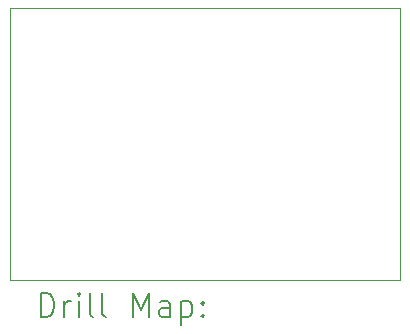
<source format=gbr>
%TF.GenerationSoftware,KiCad,Pcbnew,7.0.9-7.0.9~ubuntu22.04.1*%
%TF.CreationDate,2023-11-27T21:35:54+01:00*%
%TF.ProjectId,ohe_power_supply_1,6f68655f-706f-4776-9572-5f737570706c,rev?*%
%TF.SameCoordinates,Original*%
%TF.FileFunction,Drillmap*%
%TF.FilePolarity,Positive*%
%FSLAX45Y45*%
G04 Gerber Fmt 4.5, Leading zero omitted, Abs format (unit mm)*
G04 Created by KiCad (PCBNEW 7.0.9-7.0.9~ubuntu22.04.1) date 2023-11-27 21:35:54*
%MOMM*%
%LPD*%
G01*
G04 APERTURE LIST*
%ADD10C,0.100000*%
%ADD11C,0.200000*%
G04 APERTURE END LIST*
D10*
X16800000Y-10300000D02*
X16900000Y-10300000D01*
X16800000Y-12600000D02*
X16800000Y-10300000D01*
X20100000Y-12600000D02*
X16800000Y-12600000D01*
X20100000Y-12560000D02*
X20100000Y-12600000D01*
X20100000Y-10300000D02*
X20100000Y-12560000D01*
X16900000Y-10300000D02*
X20100000Y-10300000D01*
D11*
X17055777Y-12916484D02*
X17055777Y-12716484D01*
X17055777Y-12716484D02*
X17103396Y-12716484D01*
X17103396Y-12716484D02*
X17131967Y-12726008D01*
X17131967Y-12726008D02*
X17151015Y-12745055D01*
X17151015Y-12745055D02*
X17160539Y-12764103D01*
X17160539Y-12764103D02*
X17170063Y-12802198D01*
X17170063Y-12802198D02*
X17170063Y-12830769D01*
X17170063Y-12830769D02*
X17160539Y-12868865D01*
X17160539Y-12868865D02*
X17151015Y-12887912D01*
X17151015Y-12887912D02*
X17131967Y-12906960D01*
X17131967Y-12906960D02*
X17103396Y-12916484D01*
X17103396Y-12916484D02*
X17055777Y-12916484D01*
X17255777Y-12916484D02*
X17255777Y-12783150D01*
X17255777Y-12821246D02*
X17265301Y-12802198D01*
X17265301Y-12802198D02*
X17274824Y-12792674D01*
X17274824Y-12792674D02*
X17293872Y-12783150D01*
X17293872Y-12783150D02*
X17312920Y-12783150D01*
X17379586Y-12916484D02*
X17379586Y-12783150D01*
X17379586Y-12716484D02*
X17370063Y-12726008D01*
X17370063Y-12726008D02*
X17379586Y-12735531D01*
X17379586Y-12735531D02*
X17389110Y-12726008D01*
X17389110Y-12726008D02*
X17379586Y-12716484D01*
X17379586Y-12716484D02*
X17379586Y-12735531D01*
X17503396Y-12916484D02*
X17484348Y-12906960D01*
X17484348Y-12906960D02*
X17474824Y-12887912D01*
X17474824Y-12887912D02*
X17474824Y-12716484D01*
X17608158Y-12916484D02*
X17589110Y-12906960D01*
X17589110Y-12906960D02*
X17579586Y-12887912D01*
X17579586Y-12887912D02*
X17579586Y-12716484D01*
X17836729Y-12916484D02*
X17836729Y-12716484D01*
X17836729Y-12716484D02*
X17903396Y-12859341D01*
X17903396Y-12859341D02*
X17970063Y-12716484D01*
X17970063Y-12716484D02*
X17970063Y-12916484D01*
X18151015Y-12916484D02*
X18151015Y-12811722D01*
X18151015Y-12811722D02*
X18141491Y-12792674D01*
X18141491Y-12792674D02*
X18122444Y-12783150D01*
X18122444Y-12783150D02*
X18084348Y-12783150D01*
X18084348Y-12783150D02*
X18065301Y-12792674D01*
X18151015Y-12906960D02*
X18131967Y-12916484D01*
X18131967Y-12916484D02*
X18084348Y-12916484D01*
X18084348Y-12916484D02*
X18065301Y-12906960D01*
X18065301Y-12906960D02*
X18055777Y-12887912D01*
X18055777Y-12887912D02*
X18055777Y-12868865D01*
X18055777Y-12868865D02*
X18065301Y-12849817D01*
X18065301Y-12849817D02*
X18084348Y-12840293D01*
X18084348Y-12840293D02*
X18131967Y-12840293D01*
X18131967Y-12840293D02*
X18151015Y-12830769D01*
X18246253Y-12783150D02*
X18246253Y-12983150D01*
X18246253Y-12792674D02*
X18265301Y-12783150D01*
X18265301Y-12783150D02*
X18303396Y-12783150D01*
X18303396Y-12783150D02*
X18322444Y-12792674D01*
X18322444Y-12792674D02*
X18331967Y-12802198D01*
X18331967Y-12802198D02*
X18341491Y-12821246D01*
X18341491Y-12821246D02*
X18341491Y-12878388D01*
X18341491Y-12878388D02*
X18331967Y-12897436D01*
X18331967Y-12897436D02*
X18322444Y-12906960D01*
X18322444Y-12906960D02*
X18303396Y-12916484D01*
X18303396Y-12916484D02*
X18265301Y-12916484D01*
X18265301Y-12916484D02*
X18246253Y-12906960D01*
X18427205Y-12897436D02*
X18436729Y-12906960D01*
X18436729Y-12906960D02*
X18427205Y-12916484D01*
X18427205Y-12916484D02*
X18417682Y-12906960D01*
X18417682Y-12906960D02*
X18427205Y-12897436D01*
X18427205Y-12897436D02*
X18427205Y-12916484D01*
X18427205Y-12792674D02*
X18436729Y-12802198D01*
X18436729Y-12802198D02*
X18427205Y-12811722D01*
X18427205Y-12811722D02*
X18417682Y-12802198D01*
X18417682Y-12802198D02*
X18427205Y-12792674D01*
X18427205Y-12792674D02*
X18427205Y-12811722D01*
M02*

</source>
